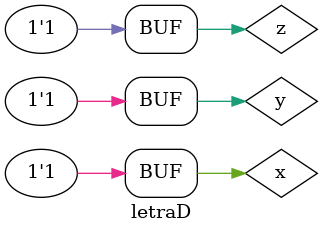
<source format=v>
/*
Pedro Correa Rigotto - Matricula 762281
guia0401d
*/

// letra d

module fxyzd (output s, input x, y, z);
	assign s = ~(x&~y)&z;
endmodule // fxyzd

module letraD;
	reg x, y, z;
	wire s;
	fxyzd modd (s, x, y, z);
	
	initial
		begin
			$display("d) s = (x.y')'.z\n\nx y z s");
			$monitor("%b %b %b %b", x, y, z, s);
			   x = 0; y = 0; z = 0;
			#1 x = 0; y = 0; z = 1;
			#1 x = 0; y = 1; z = 0;
			#1 x = 0; y = 1; z = 1;
			#1 x = 1; y = 0; z = 0;
			#1 x = 1; y = 0; z = 1;
			#1 x = 1; y = 1; z = 0;
			#1 x = 1; y = 1; z = 1;
		end
endmodule // letraD
</source>
